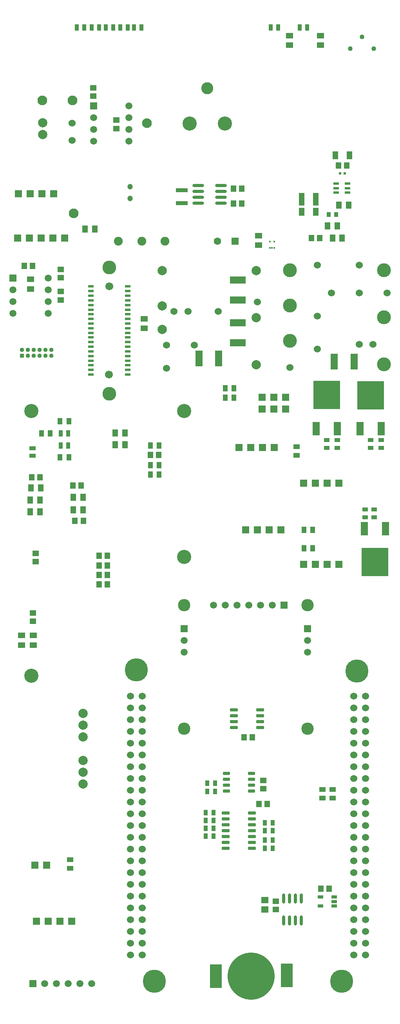
<source format=gbr>
G04 Layer_Color=255*
%FSLAX26Y26*%
%MOIN*%
%TF.FileFunction,Pads,Bot*%
%TF.Part,Single*%
G01*
G75*
%TA.AperFunction,SMDPad,CuDef*%
%ADD10R,0.041339X0.055118*%
%ADD12R,0.057087X0.045276*%
%ADD13R,0.059055X0.049213*%
%ADD14R,0.049213X0.059055*%
%ADD15R,0.045276X0.057087*%
%ADD16R,0.033465X0.051181*%
G04:AMPARAMS|DCode=17|XSize=25.591mil|YSize=64.961mil|CornerRadius=1.919mil|HoleSize=0mil|Usage=FLASHONLY|Rotation=90.000|XOffset=0mil|YOffset=0mil|HoleType=Round|Shape=RoundedRectangle|*
%AMROUNDEDRECTD17*
21,1,0.025591,0.061122,0,0,90.0*
21,1,0.021752,0.064961,0,0,90.0*
1,1,0.003839,0.030561,0.010876*
1,1,0.003839,0.030561,-0.010876*
1,1,0.003839,-0.030561,-0.010876*
1,1,0.003839,-0.030561,0.010876*
%
%ADD17ROUNDEDRECTD17*%
%ADD19R,0.102362X0.037402*%
%ADD21R,0.051181X0.033465*%
%ADD22R,0.062992X0.118110*%
%ADD23R,0.228346X0.244095*%
%TA.AperFunction,ComponentPad*%
%ADD30C,0.082677*%
%ADD31R,0.060000X0.060000*%
%ADD32C,0.078740*%
%ADD33C,0.059055*%
%ADD34R,0.059055X0.059055*%
%ADD35R,0.059055X0.059055*%
%TA.AperFunction,ViaPad*%
%ADD36C,0.105000*%
%ADD37C,0.120000*%
%ADD38C,0.196850*%
%TA.AperFunction,ComponentPad*%
%ADD39C,0.074803*%
%ADD40R,0.062992X0.062992*%
%ADD41C,0.062992*%
%TA.AperFunction,ViaPad*%
%ADD42C,0.060000*%
%TA.AperFunction,ComponentPad*%
%ADD43C,0.047244*%
%ADD44C,0.118110*%
%ADD45C,0.060000*%
%ADD46C,0.120000*%
%ADD47C,0.102000*%
%ADD48C,0.040000*%
%ADD49C,0.078740*%
%ADD50C,0.067000*%
%ADD51C,0.117000*%
%ADD52C,0.037000*%
%ADD53R,0.037000X0.037000*%
%TA.AperFunction,SMDPad,CuDef*%
G04:AMPARAMS|DCode=56|XSize=25.591mil|YSize=47.244mil|CornerRadius=1.919mil|HoleSize=0mil|Usage=FLASHONLY|Rotation=90.000|XOffset=0mil|YOffset=0mil|HoleType=Round|Shape=RoundedRectangle|*
%AMROUNDEDRECTD56*
21,1,0.025591,0.043406,0,0,90.0*
21,1,0.021752,0.047244,0,0,90.0*
1,1,0.003839,0.021703,0.010876*
1,1,0.003839,0.021703,-0.010876*
1,1,0.003839,-0.021703,-0.010876*
1,1,0.003839,-0.021703,0.010876*
%
%ADD56ROUNDEDRECTD56*%
%ADD57R,0.055118X0.041339*%
%ADD58O,0.023622X0.086614*%
%ADD59R,0.011811X0.017716*%
%ADD60R,0.061024X0.053150*%
G04:AMPARAMS|DCode=61|XSize=23.622mil|YSize=57.087mil|CornerRadius=2.008mil|HoleSize=0mil|Usage=FLASHONLY|Rotation=90.000|XOffset=0mil|YOffset=0mil|HoleType=Round|Shape=RoundedRectangle|*
%AMROUNDEDRECTD61*
21,1,0.023622,0.053071,0,0,90.0*
21,1,0.019606,0.057087,0,0,90.0*
1,1,0.004016,0.026535,0.009803*
1,1,0.004016,0.026535,-0.009803*
1,1,0.004016,-0.026535,-0.009803*
1,1,0.004016,-0.026535,0.009803*
%
%ADD61ROUNDEDRECTD61*%
%ADD62R,0.062992X0.137795*%
%ADD63O,0.098425X0.027559*%
%ADD64R,0.037402X0.053150*%
%ADD65R,0.035433X0.039370*%
%ADD66R,0.045276X0.070866*%
%ADD67R,0.023622X0.019685*%
%ADD68R,0.051181X0.021654*%
%ADD69R,0.137795X0.062992*%
%ADD70R,0.045276X0.106299*%
%ADD71R,0.053150X0.037402*%
%ADD72R,0.098425X0.200787*%
%ADD73C,0.401575*%
%ADD74R,0.049500X0.024000*%
D10*
X1347198Y4903544D02*
D03*
X1272396Y4903544D02*
D03*
X2579482Y4029528D02*
D03*
X2654286Y4029528D02*
D03*
X2654280Y4187008D02*
D03*
X2579476Y4187008D02*
D03*
X1984992Y5387794D02*
D03*
X1910190Y5387794D02*
D03*
X1910188Y5309056D02*
D03*
X1984992Y5309056D02*
D03*
X1272394Y4734254D02*
D03*
X1347198Y4734254D02*
D03*
X1347198Y4655512D02*
D03*
X1272394Y4655512D02*
D03*
X579482Y5108270D02*
D03*
X504678Y5108270D02*
D03*
X579482Y4801184D02*
D03*
X504678Y4801184D02*
D03*
X422000Y5005906D02*
D03*
X347198Y5005906D02*
D03*
D12*
X786170Y7942914D02*
D03*
X786170Y7872048D02*
D03*
X2341292Y958662D02*
D03*
X2341292Y1029528D02*
D03*
X2233024Y1986222D02*
D03*
X2233024Y2057088D02*
D03*
X983022Y7667320D02*
D03*
X983022Y7596454D02*
D03*
X274362Y3478346D02*
D03*
X274362Y3407480D02*
D03*
X297986Y3986220D02*
D03*
X297986Y3915354D02*
D03*
X510582Y6399604D02*
D03*
X510582Y6328738D02*
D03*
X510586Y6210630D02*
D03*
X510586Y6139764D02*
D03*
D13*
X1219244Y5897638D02*
D03*
X1219244Y5980314D02*
D03*
X175938Y3204722D02*
D03*
X175938Y3287400D02*
D03*
X2456450Y8387204D02*
D03*
X2456450Y8304528D02*
D03*
X254678Y6314370D02*
D03*
X254678Y6231692D02*
D03*
X2722198Y8304526D02*
D03*
X2722198Y8387202D02*
D03*
X278300Y3287402D02*
D03*
X278300Y3204726D02*
D03*
X2194638Y6687008D02*
D03*
X2194638Y6604332D02*
D03*
D14*
X2961370Y6944882D02*
D03*
X2878692Y6944882D02*
D03*
X2780032Y6768998D02*
D03*
X2862710Y6768998D02*
D03*
X2905708Y6664000D02*
D03*
X2823032Y6664000D02*
D03*
X256646Y4541340D02*
D03*
X339324Y4541340D02*
D03*
X618260Y4463192D02*
D03*
X700938Y4463192D02*
D03*
X618258Y4354926D02*
D03*
X700936Y4354926D02*
D03*
X1055860Y5007874D02*
D03*
X973182Y5007874D02*
D03*
X1055860Y4909450D02*
D03*
X973182Y4909450D02*
D03*
X334398Y4340156D02*
D03*
X251722Y4340156D02*
D03*
X251724Y4440158D02*
D03*
X334402Y4440158D02*
D03*
X717278Y6742126D02*
D03*
X799956Y6742126D02*
D03*
D15*
X2794548Y1137000D02*
D03*
X2723682Y1137000D02*
D03*
X2140804Y2422000D02*
D03*
X2069938Y2422000D02*
D03*
X2268456Y1854330D02*
D03*
X2197590Y1854330D02*
D03*
X270424Y6430512D02*
D03*
X199558Y6430512D02*
D03*
X2049954Y7086614D02*
D03*
X1979088Y7086614D02*
D03*
X2049952Y6958662D02*
D03*
X1979086Y6958662D02*
D03*
X2943658Y7281494D02*
D03*
X2872790Y7281494D02*
D03*
X2642936Y6664002D02*
D03*
X2713802Y6664002D02*
D03*
X685190Y4561618D02*
D03*
X614324Y4561618D02*
D03*
X702906Y4262406D02*
D03*
X632040Y4262406D02*
D03*
X1345230Y4820868D02*
D03*
X1274364Y4820868D02*
D03*
X908222Y3801184D02*
D03*
X837356Y3801184D02*
D03*
X908220Y3722442D02*
D03*
X837354Y3722442D02*
D03*
X908222Y3883858D02*
D03*
X837356Y3883858D02*
D03*
X908222Y3966536D02*
D03*
X837356Y3966536D02*
D03*
X333418Y4631890D02*
D03*
X262552Y4631890D02*
D03*
D16*
X1756644Y2031496D02*
D03*
X1823574Y2031496D02*
D03*
X1823576Y1962598D02*
D03*
X1756646Y1962598D02*
D03*
X1811766Y1781498D02*
D03*
X1744836Y1781498D02*
D03*
X1744834Y1714568D02*
D03*
X1811764Y1714568D02*
D03*
X1811764Y1647640D02*
D03*
X1744834Y1647640D02*
D03*
X1744834Y1580708D02*
D03*
X1811764Y1580708D02*
D03*
X2315702Y1696848D02*
D03*
X2248772Y1696848D02*
D03*
X2248770Y1549212D02*
D03*
X2315700Y1549212D02*
D03*
X2315702Y1480316D02*
D03*
X2248772Y1480316D02*
D03*
X2248770Y1627952D02*
D03*
X2315700Y1627952D02*
D03*
D17*
X2137552Y1777952D02*
D03*
X2137552Y1727952D02*
D03*
X2137552Y1677952D02*
D03*
X2137552Y1627952D02*
D03*
X2137552Y1577952D02*
D03*
X2137552Y1527952D02*
D03*
X2137552Y1477952D02*
D03*
X1915110Y1777952D02*
D03*
X1915110Y1727952D02*
D03*
X1915110Y1677952D02*
D03*
X1915110Y1627952D02*
D03*
X1915110Y1577952D02*
D03*
X1915110Y1527952D02*
D03*
X1915110Y1477952D02*
D03*
X1984006Y2506694D02*
D03*
X1984006Y2556694D02*
D03*
X1984006Y2606694D02*
D03*
X1984006Y2656694D02*
D03*
X2206446Y2506694D02*
D03*
X2206446Y2556694D02*
D03*
X2206446Y2606694D02*
D03*
X2206446Y2656694D02*
D03*
D19*
X1542080Y7072836D02*
D03*
X1542080Y6962598D02*
D03*
D21*
X3148376Y4948818D02*
D03*
X3148376Y4881888D02*
D03*
X3236962Y4881890D02*
D03*
X3236962Y4948820D02*
D03*
X2774362Y4948820D02*
D03*
X2774362Y4881890D02*
D03*
X2862944Y4881890D02*
D03*
X2862944Y4948820D02*
D03*
X3177904Y4358268D02*
D03*
X3177904Y4291338D02*
D03*
X3099166Y4358268D02*
D03*
X3099166Y4291338D02*
D03*
D22*
X2864520Y5047244D02*
D03*
X2684206Y5047244D02*
D03*
X3236124Y5044094D02*
D03*
X3055810Y5044094D02*
D03*
X3093958Y4195229D02*
D03*
X3274272Y4195229D02*
D03*
D23*
X2774362Y5330708D02*
D03*
X3145968Y5327558D02*
D03*
X3184114Y3911765D02*
D03*
D30*
X619116Y6877000D02*
D03*
X1245000Y7641000D02*
D03*
X612000Y7837000D02*
D03*
X355000Y7836000D02*
D03*
D31*
X303300Y859252D02*
D03*
X403300Y859252D02*
D03*
X503300Y859252D02*
D03*
X603300Y859252D02*
D03*
X289702Y1336410D02*
D03*
X389702Y1336410D02*
D03*
X243064Y6665158D02*
D03*
X343064Y6665158D02*
D03*
X443064Y6665158D02*
D03*
X543064Y6665158D02*
D03*
X143064Y6665158D02*
D03*
X2877512Y3891732D02*
D03*
X2777512Y3891732D02*
D03*
X2677512Y3891732D02*
D03*
X2577512Y3891732D02*
D03*
X151528Y7041338D02*
D03*
X251528Y7041338D02*
D03*
X351528Y7041338D02*
D03*
X451528Y7041338D02*
D03*
X2877512Y4580708D02*
D03*
X2777512Y4580708D02*
D03*
X2677512Y4580708D02*
D03*
X2577512Y4580708D02*
D03*
X2326330Y4885826D02*
D03*
X2226330Y4885826D02*
D03*
X2126330Y4885826D02*
D03*
X2026330Y4885826D02*
D03*
X2385386Y4187008D02*
D03*
X2285386Y4187008D02*
D03*
X2185386Y4187008D02*
D03*
X2085386Y4187008D02*
D03*
X2223182Y5310630D02*
D03*
X2323182Y5310630D02*
D03*
X2423182Y5310630D02*
D03*
X2423182Y5210630D02*
D03*
X2323182Y5210630D02*
D03*
X2223182Y5210630D02*
D03*
D32*
X699700Y2626410D02*
D03*
X699700Y2526410D02*
D03*
X699700Y2426410D02*
D03*
X699700Y2026410D02*
D03*
X699700Y2126410D02*
D03*
X699700Y2226410D02*
D03*
X2173968Y5588190D02*
D03*
X2173968Y6388190D02*
D03*
X1373968Y5888190D02*
D03*
X1373968Y6088190D02*
D03*
X1373968Y6388190D02*
D03*
X356700Y7644094D02*
D03*
X356700Y7544094D02*
D03*
D33*
X1809700Y3546410D02*
D03*
X1909700Y3546410D02*
D03*
X2009700Y3546410D02*
D03*
X2109700Y3546410D02*
D03*
X2309700Y3546410D02*
D03*
X2209700Y3546410D02*
D03*
X1559700Y3246410D02*
D03*
X1559700Y3146410D02*
D03*
X2609700Y3246410D02*
D03*
X2609700Y3146410D02*
D03*
X374360Y328740D02*
D03*
X474360Y328740D02*
D03*
X574360Y328740D02*
D03*
X674360Y328740D02*
D03*
X774360Y328740D02*
D03*
X791686Y7687796D02*
D03*
X791686Y7587796D02*
D03*
X791686Y7487796D02*
D03*
X1091686Y7787796D02*
D03*
X1091686Y7687796D02*
D03*
X1091686Y7587796D02*
D03*
X1091686Y7487796D02*
D03*
X104680Y6224606D02*
D03*
X104680Y6124606D02*
D03*
X104680Y6024606D02*
D03*
X404680Y6324606D02*
D03*
X404680Y6224606D02*
D03*
X404680Y6124606D02*
D03*
X404680Y6024606D02*
D03*
D34*
X2409700Y3546410D02*
D03*
X274360Y328740D02*
D03*
X791686Y7787796D02*
D03*
X104680Y6324606D02*
D03*
D35*
X1559700Y3346410D02*
D03*
X2609700Y3346410D02*
D03*
D36*
X1559700Y3546410D02*
D03*
X2609700Y2496410D02*
D03*
X2609700Y3546410D02*
D03*
X1559700Y2496410D02*
D03*
D37*
X259700Y5196410D02*
D03*
X1559700Y5196410D02*
D03*
X259700Y2946410D02*
D03*
X1559700Y3956410D02*
D03*
D38*
X2902316Y348426D02*
D03*
X1308424Y348426D02*
D03*
X1155370Y2997000D02*
D03*
X3030268Y2986220D02*
D03*
D39*
X1397786Y6640158D02*
D03*
X1000936Y6640158D02*
D03*
X1199362Y6640158D02*
D03*
D40*
X1993062Y6640158D02*
D03*
D41*
X1844244Y6640158D02*
D03*
D42*
X1411094Y5559960D02*
D03*
X1411094Y5756812D02*
D03*
X1647314Y5756812D02*
D03*
X1593260Y6042402D02*
D03*
X1475150Y6042402D02*
D03*
X1849164Y6042402D02*
D03*
X2183810Y6121142D02*
D03*
X2695622Y6436102D02*
D03*
X3049952Y6436102D02*
D03*
X3286172Y6199882D02*
D03*
X3049952Y6199882D02*
D03*
X2813732Y6199882D02*
D03*
X2695622Y6003032D02*
D03*
X2459402Y5564960D02*
D03*
X2695622Y5722442D02*
D03*
X3049952Y5761812D02*
D03*
X3168064Y5761812D02*
D03*
D43*
X1099164Y7101180D02*
D03*
X1099164Y7001180D02*
D03*
D44*
X3259402Y6391732D02*
D03*
X3259402Y5991732D02*
D03*
X3259402Y5591732D02*
D03*
X2459402Y6391732D02*
D03*
X2459402Y5791732D02*
D03*
X2459402Y6091732D02*
D03*
D45*
X609008Y7494094D02*
D03*
X609008Y7643700D02*
D03*
X1105370Y2772000D02*
D03*
X3005370Y572000D02*
D03*
X3005370Y672000D02*
D03*
X3005370Y772000D02*
D03*
X3005370Y872000D02*
D03*
X3005370Y972000D02*
D03*
X3005370Y1072000D02*
D03*
X3005370Y1172000D02*
D03*
X3005370Y1272000D02*
D03*
X3005370Y1372000D02*
D03*
X3005370Y1472000D02*
D03*
X3005370Y1572000D02*
D03*
X3005370Y1672000D02*
D03*
X3005370Y1772000D02*
D03*
X3005370Y1872000D02*
D03*
X3005370Y1972000D02*
D03*
X3005370Y2072000D02*
D03*
X3005370Y2172000D02*
D03*
X3005370Y2272000D02*
D03*
X3005370Y2372000D02*
D03*
X3005370Y2472000D02*
D03*
X3005370Y2572000D02*
D03*
X3005370Y2672000D02*
D03*
X3105370Y572000D02*
D03*
X3105370Y672000D02*
D03*
X3105370Y772000D02*
D03*
X3105370Y872000D02*
D03*
X3105370Y972000D02*
D03*
X3105370Y1072000D02*
D03*
X3105370Y1172000D02*
D03*
X3105370Y1272000D02*
D03*
X3105370Y1372000D02*
D03*
X3105370Y1472000D02*
D03*
X3105370Y1572000D02*
D03*
X3105370Y1672000D02*
D03*
X3105370Y1772000D02*
D03*
X3105370Y1872000D02*
D03*
X3105370Y1972000D02*
D03*
X3105370Y2072000D02*
D03*
X3105370Y2172000D02*
D03*
X3105370Y2272000D02*
D03*
X3105370Y2372000D02*
D03*
X3105370Y2472000D02*
D03*
X3105370Y2572000D02*
D03*
X3105370Y2672000D02*
D03*
X3105370Y2772000D02*
D03*
X3005370Y2772000D02*
D03*
X1105370Y572000D02*
D03*
X1105370Y672000D02*
D03*
X1105370Y772000D02*
D03*
X1105370Y872000D02*
D03*
X1105370Y972000D02*
D03*
X1105370Y1072000D02*
D03*
X1105370Y1172000D02*
D03*
X1105370Y1272000D02*
D03*
X1105370Y1372000D02*
D03*
X1105370Y1472000D02*
D03*
X1105370Y1572000D02*
D03*
X1105370Y1672000D02*
D03*
X1105370Y1772000D02*
D03*
X1105370Y1872000D02*
D03*
X1105370Y1972000D02*
D03*
X1105370Y2072000D02*
D03*
X1105370Y2172000D02*
D03*
X1105370Y2272000D02*
D03*
X1105370Y2372000D02*
D03*
X1105370Y2472000D02*
D03*
X1105370Y2572000D02*
D03*
X1105370Y2672000D02*
D03*
X1205370Y572000D02*
D03*
X1205370Y672000D02*
D03*
X1205370Y772000D02*
D03*
X1205370Y872000D02*
D03*
X1205370Y972000D02*
D03*
X1205370Y1072000D02*
D03*
X1205370Y1172000D02*
D03*
X1205370Y1272000D02*
D03*
X1205370Y1372000D02*
D03*
X1205370Y1472000D02*
D03*
X1205370Y1572000D02*
D03*
X1205370Y1672000D02*
D03*
X1205370Y1772000D02*
D03*
X1205370Y1872000D02*
D03*
X1205370Y1972000D02*
D03*
X1205370Y2072000D02*
D03*
X1205370Y2172000D02*
D03*
X1205370Y2272000D02*
D03*
X1205370Y2372000D02*
D03*
X1205370Y2472000D02*
D03*
X1205370Y2572000D02*
D03*
X1205370Y2672000D02*
D03*
X1205370Y2772000D02*
D03*
D46*
X1606000Y7640000D02*
D03*
X1906000Y7640000D02*
D03*
D47*
X1756000Y7940000D02*
D03*
D48*
X2974700Y8276410D02*
D03*
X3174700Y8276410D02*
D03*
X3074700Y8376410D02*
D03*
D49*
X2173968Y5988190D02*
D03*
D50*
X922368Y5505622D02*
D03*
X923968Y6254222D02*
D03*
D51*
X923968Y6416122D02*
D03*
X923968Y5343722D02*
D03*
D52*
X380622Y5664568D02*
D03*
X230622Y5664568D02*
D03*
X280622Y5664568D02*
D03*
X330622Y5664568D02*
D03*
X430622Y5664568D02*
D03*
X180622Y5714568D02*
D03*
X230622Y5714568D02*
D03*
X280622Y5714568D02*
D03*
X330622Y5714568D02*
D03*
X380622Y5714568D02*
D03*
X430622Y5714568D02*
D03*
D53*
X180622Y5664568D02*
D03*
D56*
X2721044Y1064402D02*
D03*
X2721044Y989598D02*
D03*
X2837186Y989598D02*
D03*
X2837186Y1027000D02*
D03*
X2837186Y1064402D02*
D03*
D57*
X589702Y1309008D02*
D03*
X589702Y1383810D02*
D03*
X2738928Y1980316D02*
D03*
X2738928Y1905512D02*
D03*
X2823574Y1905514D02*
D03*
X2823574Y1980316D02*
D03*
X2518458Y4893700D02*
D03*
X2518458Y4818896D02*
D03*
D58*
X2408024Y1053150D02*
D03*
X2458024Y1053150D02*
D03*
X2508024Y1053150D02*
D03*
X2558024Y1053150D02*
D03*
X2408024Y864174D02*
D03*
X2458024Y864174D02*
D03*
X2508024Y864174D02*
D03*
X2558024Y864174D02*
D03*
D59*
X2328496Y6582834D02*
D03*
X2308812Y6582834D02*
D03*
X2289126Y6582834D02*
D03*
X2289126Y6635984D02*
D03*
X2328496Y6635984D02*
D03*
D60*
X2246804Y958660D02*
D03*
X2246804Y1037402D02*
D03*
D61*
X1919048Y1966338D02*
D03*
X1919048Y2016338D02*
D03*
X1919048Y2066338D02*
D03*
X1919048Y2116338D02*
D03*
X2133614Y1966338D02*
D03*
X2133614Y2016338D02*
D03*
X2133614Y2066338D02*
D03*
X2133614Y2116338D02*
D03*
D62*
X1685782Y5643700D02*
D03*
X1855072Y5643700D02*
D03*
X2837354Y5614172D02*
D03*
X3006644Y5614172D02*
D03*
D63*
X1681842Y6962402D02*
D03*
X1681842Y7012402D02*
D03*
X1681842Y7062402D02*
D03*
X1681842Y7112402D02*
D03*
X1874756Y6962402D02*
D03*
X1874756Y7012402D02*
D03*
X1874756Y7062402D02*
D03*
X1874756Y7112402D02*
D03*
D64*
X2606056Y8457040D02*
D03*
X2543064Y8457040D02*
D03*
X711496Y8456000D02*
D03*
X648504Y8456000D02*
D03*
X1196826Y8457040D02*
D03*
X1133834Y8457040D02*
D03*
X956196Y8456410D02*
D03*
X893204Y8456410D02*
D03*
X1080074Y8457040D02*
D03*
X1017082Y8457040D02*
D03*
X836196Y8456410D02*
D03*
X773202Y8456410D02*
D03*
X2359992Y8454134D02*
D03*
X2297000Y8457040D02*
D03*
X573574Y5005904D02*
D03*
X510582Y5005904D02*
D03*
X573574Y4903542D02*
D03*
X510582Y4903542D02*
D03*
D65*
X2855068Y6866140D02*
D03*
X2792076Y6866140D02*
D03*
D66*
X2966428Y7367998D02*
D03*
X2848316Y7367998D02*
D03*
X2679874Y6889762D02*
D03*
X2561764Y6889762D02*
D03*
D67*
X2928058Y7214000D02*
D03*
X2888688Y7214000D02*
D03*
D68*
X2949562Y7127952D02*
D03*
X2949562Y7090550D02*
D03*
X2949562Y7053148D02*
D03*
X2855074Y7053148D02*
D03*
X2855074Y7090550D02*
D03*
X2855074Y7127952D02*
D03*
D69*
X2016488Y5775590D02*
D03*
X2016488Y5944882D02*
D03*
X2016488Y6309054D02*
D03*
X2016488Y6139764D02*
D03*
D70*
X2680424Y6997000D02*
D03*
X2562314Y6997000D02*
D03*
D71*
X270426Y4816930D02*
D03*
X270426Y4879922D02*
D03*
D72*
X2432826Y397638D02*
D03*
X1830464Y393700D02*
D03*
D73*
X2131646Y393700D02*
D03*
D74*
X1081568Y5505622D02*
D03*
D03*
X1081568Y5545022D02*
D03*
X1081568Y5584422D02*
D03*
X1081568Y5623822D02*
D03*
X1081568Y5663222D02*
D03*
X1081568Y5702622D02*
D03*
X1081568Y5742022D02*
D03*
X1081568Y5781422D02*
D03*
X1081568Y5820822D02*
D03*
X1081568Y5860222D02*
D03*
X1081568Y5899622D02*
D03*
X1081568Y5939022D02*
D03*
X1081568Y5978422D02*
D03*
X1081568Y6017822D02*
D03*
X1081568Y6057222D02*
D03*
X1081568Y6096622D02*
D03*
X1081568Y6136022D02*
D03*
X1081568Y6175422D02*
D03*
X1081568Y6214822D02*
D03*
X1081568Y6254222D02*
D03*
X766368Y5505622D02*
D03*
X766368Y5545022D02*
D03*
X766368Y5584422D02*
D03*
X766368Y5623822D02*
D03*
X766368Y5663222D02*
D03*
X766368Y5702622D02*
D03*
X766368Y5742022D02*
D03*
X766368Y5781422D02*
D03*
X766368Y5820822D02*
D03*
X766368Y5860222D02*
D03*
X766368Y5899622D02*
D03*
X766368Y5939022D02*
D03*
X766368Y5978422D02*
D03*
X766368Y6017822D02*
D03*
X766368Y6057222D02*
D03*
X766368Y6096622D02*
D03*
X766368Y6136022D02*
D03*
X766368Y6175422D02*
D03*
X766368Y6214822D02*
D03*
X766368Y6254222D02*
D03*
%TF.MD5,c6834dcc7100f36d2f656995e84e8122*%
M02*

</source>
